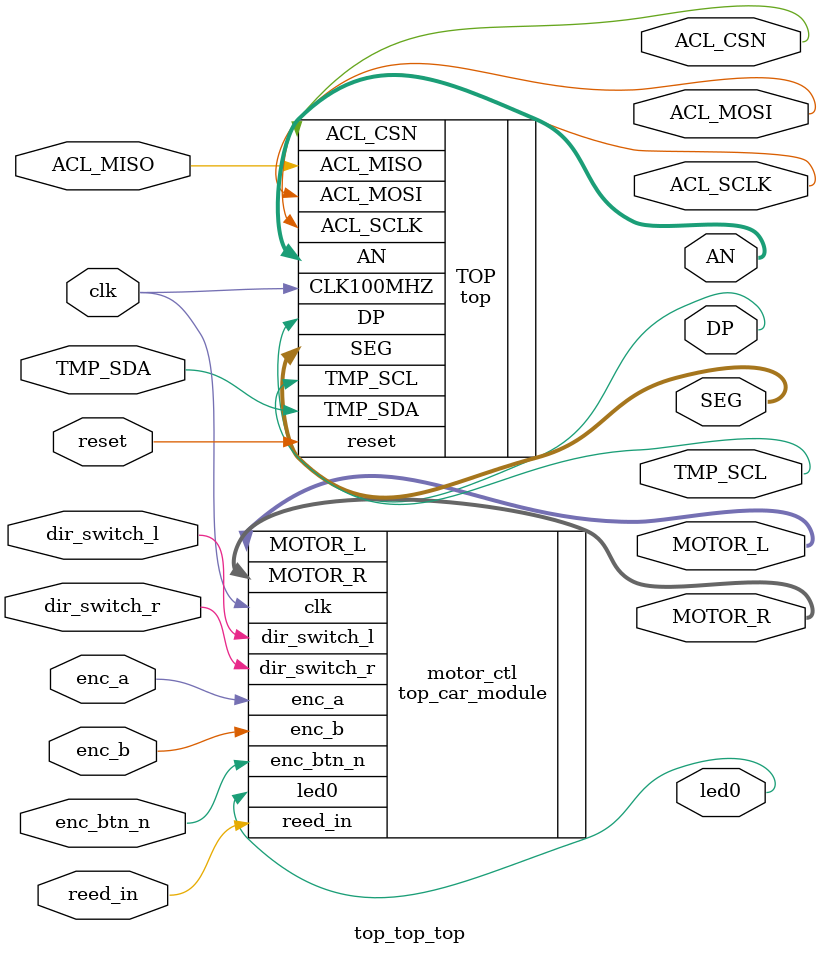
<source format=v>
`timescale 1ns / 1ps



module top_top_top #(
        parameter DEBOUNCE_CYCLES = 500000,  
    parameter PWM_PERIOD = 5000,         
    parameter MAX_POSITION = 200,      
    parameter MIN_POSITION = 0 )(
    input         reset,            // btnC on nexys
    inout         TMP_SDA,          // i2c sda on temp sensor - bidirectional
    output        TMP_SCL,          // i2c scl on temp sensor
    input ACL_MISO,
    output ACL_MOSI,
    output ACL_SCLK,
    output ACL_CSN,
    output [6:0] SEG,
    output DP, 
    output [7:0] AN,
    
    input wire clk,
    input wire enc_a,
    input wire enc_b,
    input wire enc_btn_n,
    input wire dir_switch_r,
    input wire dir_switch_l,
    input wire reed_in,
    output wire [2:0] MOTOR_R,
    output wire [2:0] MOTOR_L,
    output wire led0
    );
    
    
    top_car_module #(
   .DEBOUNCE_CYCLES(DEBOUNCE_CYCLES),  
    .PWM_PERIOD(PWM_PERIOD),         
    .MAX_POSITION(MAX_POSITION),      
    .MIN_POSITION(MIN_POSITION)
     )
    motor_ctl(
    .clk(clk),
    .enc_a(enc_a),
    .enc_b(enc_b),
    .enc_btn_n(enc_btn_n),
    .dir_switch_r(dir_switch_r),
    .dir_switch_l(dir_switch_l),
    .reed_in(reed_in),
    .MOTOR_R(MOTOR_R),
    .MOTOR_L(MOTOR_L),
    .led0(led0)
    );
    
    top TOP (
    .CLK100MHZ(clk),
    .reset(reset),            
    .TMP_SDA(TMP_SDA),          
    .TMP_SCL(TMP_SCL),          
    .ACL_MISO(ACL_MISO),
    .ACL_MOSI(ACL_MOSI),
    .ACL_SCLK(ACL_SCLK),
    .ACL_CSN(ACL_CSN),
    .SEG(SEG),
    .DP(DP),
    .AN(AN)
    );
    
endmodule

</source>
